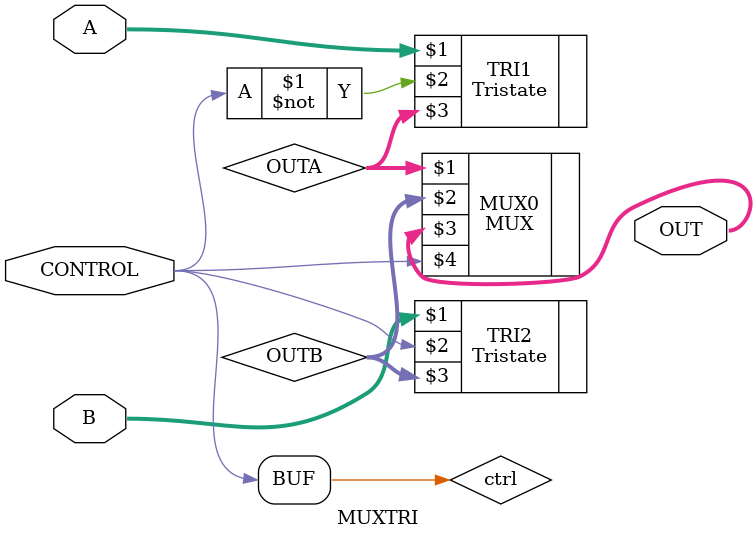
<source format=v>
module MUXTRI(A, B, CONTROL, OUT);
input [15:0] A, B;
input CONTROL;
output [15:0] OUT;

wire [15:0] OUTA, OUTB;
wire ctrl;
Tristate TRI1(A, ~ctrl, OUTA);
Tristate TRI2(B, ctrl, OUTB);
MUX MUX0(OUTA, OUTB, OUT, CONTROL);
assign ctrl = CONTROL;

endmodule
</source>
